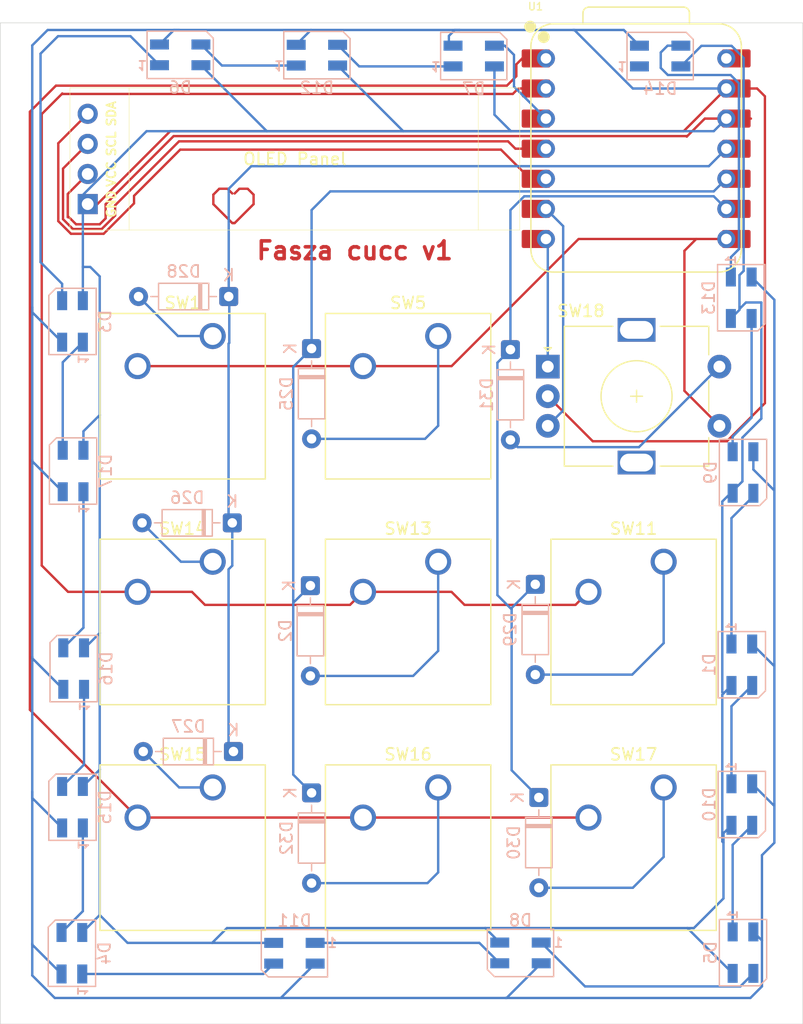
<source format=kicad_pcb>
(kicad_pcb (version 20241229) (generator "pcbnew") (generator_version "9.0")
  (layers (0 "F.Cu" signal) (2 "B.Cu" signal) (13 "F.Paste" user) (15 "B.Paste" user) (5 "F.SilkS" user "F.Silkscreen") (7 "B.SilkS" user "B.Silkscreen") (1 "F.Mask" user) (3 "B.Mask" user) (25 "Edge.Cuts" user))
  (net 0 "")
  (net 1 "Net-(D1-DOUT)")
  (net 2 "Net-(D1-VDD)")
  (net 3 "Net-(D1-DIN)")
  (net 4 "Net-(D2-A)")
  (net 5 "Net-(D2-K)")
  (net 6 "Net-(D3-DIN)")
  (net 7 "Net-(D17-DIN)")
  (net 8 "Net-(D15-DOUT)")
  (net 9 "Net-(D11-DIN)")
  (net 10 "Net-(D5-DIN)")
  (net 11 "Net-(D10-DIN)")
  (net 12 "Net-(D12-DOUT)")
  (net 13 "Net-(D12-DIN)")
  (net 14 "Net-(D7-DIN)")
  (net 15 "Net-(D11-DOUT)")
  (net 16 "Net-(D13-DIN)")
  (net 17 "Net-(D13-DOUT)")
  (net 19 "Net-(D15-DIN)")
  (net 20 "Net-(D16-DIN)")
  (net 21 "Net-(D25-A)")
  (net 22 "Net-(D26-K)")
  (net 23 "Net-(D26-A)")
  (net 24 "Net-(D27-A)")
  (net 25 "Net-(D28-A)")
  (net 26 "Net-(D29-A)")
  (net 27 "Net-(D29-K)")
  (net 28 "Net-(D30-A)")
  (net 29 "Net-(D31-A)")
  (net 30 "Net-(D32-A)")
  (net 31 "Net-(J1-Pin_4)")
  (net 32 "Net-(J1-Pin_3)")
  (net 33 "Net-(U1-GPIO0{slash}TX)")
  (net 34 "Net-(U1-GPIO1{slash}RX)")
  (net 35 "Net-(U1-GPIO27{slash}ADC1{slash}A1)")
  (net 37 "Net-(U1-GPIO7{slash}SCL)")
  (net 38 "Net-(U1-GPIO26{slash}ADC0{slash}A0)")
  (footprint "Button_Switch_Keyboard:SW_Cherry_MX_1.00u_PCB" (layer "F.Cu") (at 147.79625 94.9325)
    (property "Reference" "SW16")
    (property "Value" "SW_Push")
  )
  (footprint "Button_Switch_Keyboard:SW_Cherry_MX_1.00u_PCB" (layer "F.Cu") (at 128.74625 56.8325)
    (property "Reference" "SW1")
    (property "Value" "SW_Push")
  )
  (footprint "Seeed Studio XIAO Series Library:XIAO-RP2040-DIP" (layer "F.Cu") (at 164.52 41.02)
    (property "Reference" "U1")
    (property "Value" "XIAO-RP2040-DIP")
  )
  (footprint "Button_Switch_Keyboard:SW_Cherry_MX_1.00u_PCB" (layer "F.Cu") (at 147.79625 75.8825)
    (property "Reference" "SW13")
    (property "Value" "SW_Push")
  )
  (footprint "Button_Switch_Keyboard:SW_Cherry_MX_1.00u_PCB" (layer "F.Cu") (at 166.84625 75.8825)
    (property "Reference" "SW11")
    (property "Value" "SW_Push")
  )
  (footprint "Rotary_Encoder:RotaryEncoder_Alps_EC11E-Switch_Vertical_H20mm" (layer "F.Cu") (at 157.05625 59.4125)
    (property "Reference" "SW18")
    (property "Value" "RotaryEncoder_Switch")
  )
  (footprint "kakas:SSD1306-0.91-OLED-4pin-128x32" (layer "F.Cu") (at 154.685 47.885 180)
    (property "Reference" "J1" (hide yes))
    (property "Value" "Conn_01x04_Pin")
  )
  (footprint "Button_Switch_Keyboard:SW_Cherry_MX_1.00u_PCB" (layer "F.Cu") (at 147.79625 56.8325)
    (property "Reference" "SW5")
    (property "Value" "SW_Push")
  )
  (footprint "Button_Switch_Keyboard:SW_Cherry_MX_1.00u_PCB" (layer "F.Cu") (at 128.74625 75.8825)
    (property "Reference" "SW14")
    (property "Value" "SW_Push")
  )
  (footprint "Button_Switch_Keyboard:SW_Cherry_MX_1.00u_PCB" (layer "F.Cu") (at 166.84625 94.9325)
    (property "Reference" "SW17")
    (property "Value" "SW_Push")
  )
  (footprint "Button_Switch_Keyboard:SW_Cherry_MX_1.00u_PCB" (layer "F.Cu") (at 128.74625 94.9325)
    (property "Reference" "SW15")
    (property "Value" "SW_Push")
  )
  (footprint "LED_SMD:LED_SK6812MINI_PLCC4_3.5x3.5mm_P1.75mm" (layer "B.Cu") (at 126 33.1)
    (property "Reference" "D6")
    (property "Value" "SK6812MINI")
  )
  (footprint "LED_SMD:LED_SK6812MINI_PLCC4_3.5x3.5mm_P1.75mm" (layer "B.Cu") (at 150.8 33.2)
    (property "Reference" "D7")
    (property "Value" "SK6812MINI")
  )
  (footprint "Diode_THT:D_DO-35_SOD27_P7.62mm_Horizontal" (layer "B.Cu") (at 130.1 53.5 180)
    (property "Reference" "D28")
    (property "Value" "1N4148")
  )
  (footprint "Diode_THT:D_DO-35_SOD27_P7.62mm_Horizontal" (layer "B.Cu") (at 156.3 95.78 -90)
    (property "Reference" "D30")
    (property "Value" "1N4148")
  )
  (footprint "LED_SMD:LED_SK6812MINI_PLCC4_3.5x3.5mm_P1.75mm" (layer "B.Cu") (at 116.95 68.225 90)
    (property "Reference" "D17")
    (property "Value" "SK6812MINI")
  )
  (footprint "LED_SMD:LED_SK6812MINI_PLCC4_3.5x3.5mm_P1.75mm" (layer "B.Cu") (at 154.75 108.9 180)
    (property "Reference" "D8")
    (property "Value" "SK6812MINI")
  )
  (footprint "Diode_THT:D_DO-35_SOD27_P7.62mm_Horizontal" (layer "B.Cu") (at 137 77.9 -90)
    (property "Reference" "D2")
    (property "Value" "1N4148")
  )
  (footprint "LED_SMD:LED_SK6812MINI_PLCC4_3.5x3.5mm_P1.75mm" (layer "B.Cu") (at 173.55 108.875 -90)
    (property "Reference" "D5")
    (property "Value" "SK6812MINI")
  )
  (footprint "Diode_THT:D_DO-35_SOD27_P7.62mm_Horizontal" (layer "B.Cu") (at 153.9 57.98 -90)
    (property "Reference" "D31")
    (property "Value" "1N4148")
  )
  (footprint "LED_SMD:LED_SK6812MINI_PLCC4_3.5x3.5mm_P1.75mm" (layer "B.Cu") (at 166.55 33.2)
    (property "Reference" "D14")
    (property "Value" "SK6812MINI")
  )
  (footprint "LED_SMD:LED_SK6812MINI_PLCC4_3.5x3.5mm_P1.75mm" (layer "B.Cu") (at 173.45 96.375 -90)
    (property "Reference" "D10")
    (property "Value" "SK6812MINI")
  )
  (footprint "Diode_THT:D_DO-35_SOD27_P7.62mm_Horizontal" (layer "B.Cu") (at 137.1 57.89 -90)
    (property "Reference" "D25")
    (property "Value" "1N4148")
  )
  (footprint "LED_SMD:LED_SK6812MINI_PLCC4_3.5x3.5mm_P1.75mm" (layer "B.Cu") (at 116.9 96.6 90)
    (property "Reference" "D15")
    (property "Value" "SK6812MINI")
  )
  (footprint "LED_SMD:LED_SK6812MINI_PLCC4_3.5x3.5mm_P1.75mm" (layer "B.Cu") (at 137.55 33.125)
    (property "Reference" "D12")
    (property "Value" "SK6812MINI")
  )
  (footprint "LED_SMD:LED_SK6812MINI_PLCC4_3.5x3.5mm_P1.75mm" (layer "B.Cu") (at 173.45 84.575 -90)
    (property "Reference" "D1")
    (property "Value" "SK6812MINI")
  )
  (footprint "LED_SMD:LED_SK6812MINI_PLCC4_3.5x3.5mm_P1.75mm" (layer "B.Cu") (at 135.65 108.925 180)
    (property "Reference" "D11")
    (property "Value" "SK6812MINI")
  )
  (footprint "Diode_THT:D_DO-35_SOD27_P7.62mm_Horizontal" (layer "B.Cu") (at 130.5 91.9 180)
    (property "Reference" "D27")
    (property "Value" "1N4148")
  )
  (footprint "LED_SMD:LED_SK6812MINI_PLCC4_3.5x3.5mm_P1.75mm" (layer "B.Cu") (at 117 84.9 90)
    (property "Reference" "D16")
    (property "Value" "SK6812MINI")
  )
  (footprint "Diode_THT:D_DO-35_SOD27_P7.62mm_Horizontal" (layer "B.Cu") (at 156 77.79 -90)
    (property "Reference" "D29")
    (property "Value" "1N4148")
  )
  (footprint "LED_SMD:LED_SK6812MINI_PLCC4_3.5x3.5mm_P1.75mm" (layer "B.Cu") (at 116.85 108.925 90)
    (property "Reference" "D4")
    (property "Value" "SK6812MINI")
  )
  (footprint "Diode_THT:D_DO-35_SOD27_P7.62mm_Horizontal" (layer "B.Cu") (at 130.4 72.6 180)
    (property "Reference" "D26")
    (property "Value" "1N4148")
  )
  (footprint "LED_SMD:LED_SK6812MINI_PLCC4_3.5x3.5mm_P1.75mm" (layer "B.Cu") (at 173.55 68.35 -90)
    (property "Reference" "D9")
    (property "Value" "SK6812MINI")
  )
  (footprint "Diode_THT:D_DO-35_SOD27_P7.62mm_Horizontal" (layer "B.Cu") (at 137.1 95.39 -90)
    (property "Reference" "D32")
    (property "Value" "1N4148")
  )
  (footprint "LED_SMD:LED_SK6812MINI_PLCC4_3.5x3.5mm_P1.75mm" (layer "B.Cu") (at 116.9 55.6 90)
    (property "Reference" "D3")
    (property "Value" "SK6812MINI")
  )
  (footprint "LED_SMD:LED_SK6812MINI_PLCC4_3.5x3.5mm_P1.75mm" (layer "B.Cu") (at 173.4 53.6 -90)
    (property "Reference" "D13")
    (property "Value" "SK6812MINI")
  )
  (gr_rect (start 110.8 30.4) (end 178.6 114.9) (stroke (width 0.05)) (fill no) (layer "Edge.Cuts"))
  (gr_text "Fasza cucc v1" (at 132.3 50.5 0) (layer "F.Cu") (effects (font (size 1.5 1.5) (thickness 0.3) (bold yes)) (justify left bottom)))
  (segment (start 129.3 44.4) (end 130 44.4) (width 0.2) (layer "F.Cu") (net 0))
  (segment (start 128.8 45.7) (end 128.8 44.9) (width 0.2) (layer "F.Cu") (net 0))
  (segment (start 130.4 47.3) (end 128.8 45.7) (width 0.2) (layer "F.Cu") (net 0))
  (segment (start 128.8 44.9) (end 129.3 44.4) (width 0.2) (layer "F.Cu") (net 0))
  (segment (start 131 44.4) (end 130.6 44.8) (width 0.2) (layer "F.Cu") (net 0))
  (segment (start 130 44.4) (end 130.4 44.8) (width 0.2) (layer "F.Cu") (net 0))
  (segment (start 130.5 47.3) (end 130.4 47.3) (width 0.2) (layer "F.Cu") (net 0))
  (segment (start 130.6 47.3) (end 132.2 45.7) (width 0.2) (layer "F.Cu") (net 0))
  (segment (start 132.2 44.9) (end 131.7 44.4) (width 0.2) (layer "F.Cu") (net 0))
  (segment (start 130.5 47.3) (end 130.6 47.3) (width 0.2) (layer "F.Cu") (net 0))
  (segment (start 132.2 45.7) (end 132.2 44.9) (width 0.2) (layer "F.Cu") (net 0))
  (segment (start 131.7 44.4) (end 131 44.4) (width 0.2) (layer "F.Cu") (net 0))
  (segment (start 172.575 82.825) (end 172.575 72.2) (width 0.2) (layer "B.Cu") (net 1))
  (segment (start 174.425 70.35) (end 174.425 70.1) (width 0.2) (layer "B.Cu") (net 1))
  (segment (start 172.575 72.2) (end 174.425 70.35) (width 0.2) (layer "B.Cu") (net 1))
  (segment (start 172.14 38.48) (end 174.22 38.48) (width 0.2) (layer "F.Cu") (net 2))
  (segment (start 175.4 36.6) (end 174.74 35.94) (width 0.2) (layer "F.Cu") (net 2))
  (segment (start 119.005 45.695) (end 118.185 45.695) (width 0.2) (layer "F.Cu") (net 2))
  (segment (start 172.14 38.48) (end 170.32 38.48) (width 0.2) (layer "F.Cu") (net 2))
  (segment (start 172.14 35.94) (end 168.537 39.543) (width 0.2) (layer "F.Cu") (net 2))
  (segment (start 172.1865 65.7135) (end 175.4 62.5) (width 0.2) (layer "F.Cu") (net 2))
  (segment (start 116.6 46.8) (end 116.5 46.8) (width 0.2) (layer "F.Cu") (net 2))
  (segment (start 119.2 47.4) (end 117.2 47.4) (width 0.2) (layer "F.Cu") (net 2))
  (segment (start 172.975 35.94) (end 174.74 35.94) (width 0.2) (layer "F.Cu") (net 2))
  (segment (start 160.85725 65.7135) (end 172.1865 65.7135) (width 0.2) (layer "F.Cu") (net 2))
  (segment (start 168.757 39.957) (end 125.443 39.957) (width 0.2) (layer "F.Cu") (net 2))
  (segment (start 116.5 44.84) (end 117.07 44.27) (width 0.2) (layer "F.Cu") (net 2))
  (segment (start 117.07 44.27) (end 118.185 43.155) (width 0.2) (layer "F.Cu") (net 2))
  (segment (start 157.05625 61.9125) (end 160.85725 65.7135) (width 0.2) (layer "F.Cu") (net 2))
  (segment (start 119.7 46.9) (end 119.2 47.4) (width 0.2) (layer "F.Cu") (net 2))
  (segment (start 168.8 40) (end 168.757 39.957) (width 0.2) (layer "F.Cu") (net 2))
  (segment (start 168.537 39.543) (end 125.157 39.543) (width 0.2) (layer "F.Cu") (net 2))
  (segment (start 119.7 45.7) (end 119.7 46.9) (width 0.2) (layer "F.Cu") (net 2))
  (segment (start 116.5 46.8) (end 116.5 44.84) (width 0.2) (layer "F.Cu") (net 2))
  (segment (start 117.2 47.4) (end 116.6 46.8) (width 0.2) (layer "F.Cu") (net 2))
  (segment (start 125.157 39.543) (end 119.005 45.695) (width 0.2) (layer "F.Cu") (net 2))
  (segment (start 125.443 39.957) (end 119.7 45.7) (width 0.2) (layer "F.Cu") (net 2))
  (segment (start 170.32 38.48) (end 168.8 40) (width 0.2) (layer "F.Cu") (net 2))
  (segment (start 175.4 62.5) (end 175.4 36.6) (width 0.2) (layer "F.Cu") (net 2))
  (segment (start 175.1 54) (end 173.798 54) (width 0.2) (layer "B.Cu") (net 2))
  (segment (start 173.251 51.6911) (end 173.604 51.3381) (width 0.2) (layer "B.Cu") (net 2))
  (segment (start 175.151 100.649) (end 176.2 99.6) (width 0.2) (layer "B.Cu") (net 2))
  (segment (start 153.5 112.7) (end 174.177 112.7) (width 0.2) (layer "B.Cu") (net 2))
  (segment (start 128.7 108.05) (end 129.95 106.8) (width 0.2) (layer "B.Cu") (net 2))
  (segment (start 117.775 44.925) (end 117.775 51) (width 0.2) (layer "B.Cu") (net 2))
  (segment (start 171.8 86.9) (end 171.8 71.2) (width 0.2) (layer "B.Cu") (net 2))
  (segment (start 175.151 111.726) (end 175.151 107.851) (width 0.2) (layer "B.Cu") (net 2))
  (segment (start 171.9 98.8) (end 172.575 98.125) (width 0.2) (layer "B.Cu") (net 2))
  (segment (start 119.2 105.7) (end 121.55 108.05) (width 0.2) (layer "B.Cu") (net 2))
  (segment (start 173.604 51.3381) (end 173.604 33.36069) (width 0.2) (layer "B.Cu") (net 2))
  (segment (start 171.9 99.6) (end 171.8 99.5) (width 0.2) (layer "B.Cu") (net 2))
  (segment (start 173.251 51.6911) (end 173.251 54.547) (width 0.2) (layer "B.Cu") (net 2))
  (segment (start 164.24 35.94) (end 159.3 31) (width 0.2) (layer "B.Cu") (net 2))
  (segment (start 174.177 112.7) (end 175.151 111.726) (width 0.2) (layer "B.Cu") (net 2))
  (segment (start 119.2 63.5) (end 119.2 81.9) (width 0.2) (layer "B.Cu") (net 2))
  (segment (start 128.7 108.05) (end 133.9 108.05) (width 0.2) (layer "B.Cu") (net 2))
  (segment (start 113.5 67.3) (end 113.5 83.9) (width 0.2) (layer "B.Cu") (net 2))
  (segment (start 119.2 105.7) (end 117.725 107.175) (width 0.2) (layer "B.Cu") (net 2))
  (segment (start 176.2 85.1) (end 176.2 84.7) (width 0.2) (layer "B.Cu") (net 2))
  (segment (start 113.5 83.9) (end 113.5 84.025) (width 0.2) (layer "B.Cu") (net 2))
  (segment (start 149.2 31) (end 148.7 31.5) (width 0.2) (layer "B.Cu") (net 2))
  (segment (start 113.5 108.1) (end 113.5 110.8) (width 0.2) (layer "B.Cu") (net 2))
  (segment (start 118.4 51) (end 119.2 51.8) (width 0.2) (layer "B.Cu") (net 2))
  (segment (start 113.5 84.025) (end 116.125 86.65) (width 0.2) (layer "B.Cu") (net 2))
  (segment (start 172.675 69.925) (end 173.5 69.1) (width 0.2) (layer "B.Cu") (net 2))
  (segment (start 149.6 31) (end 137.05 31) (width 0.2) (layer "B.Cu") (net 2))
  (segment (start 176.2 84.7) (end 174.325 82.825) (width 0.2) (layer "B.Cu") (net 2))
  (segment (start 174.425 68.098) (end 174.425 66.425) (width 0.2) (layer "B.Cu") (net 2))
  (segment (start 127.75 33.975) (end 133.318 39.543) (width 0.2) (layer "B.Cu") (net 2))
  (segment (start 176.2 70.2) (end 176.2 53.9) (width 0.2) (layer "B.Cu") (net 2))
  (segment (start 173.5 65.4) (end 175.1 63.8) (width 0.2) (layer "B.Cu") (net 2))
  (segment (start 117.775 51) (end 117.775 53.85) (width 0.2) (layer "B.Cu") (net 2))
  (segment (start 171.9 104.3) (end 171.9 99.6) (width 0.2) (layer "B.Cu") (net 2))
  (segment (start 176.2 69.873) (end 174.425 68.098) (width 0.2) (layer "B.Cu") (net 2))
  (segment (start 173.604 33.36069) (end 172.58031 32.337) (width 0.2) (layer "B.Cu") (net 2))
  (segment (start 119.2 81.9) (end 119.2 93.4) (width 0.2) (layer "B.Cu") (net 2))
  (segment (start 123.157 39.543) (end 117.775 44.925) (width 0.2) (layer "B.Cu") (net 2))
  (segment (start 163.475 31) (end 164.8 32.325) (width 0.2) (layer "B.Cu") (net 2))
  (segment (start 148.7 31.975) (end 149.05 32.325) (width 0.2) (layer "B.Cu") (net 2))
  (segment (start 171.9 99.6) (end 171.9 98.8) (width 0.2) (layer "B.Cu") (net 2))
  (segment (start 137.05 31) (end 125.9 31) (width 0.2) (layer "B.Cu") (net 2))
  (segment (start 171.077 39.543) (end 153.943 39.543) (width 0.2) (layer "B.Cu") (net 2))
  (segment (start 164.8 32.1) (end 164.8 32.325) (width 0.2) (layer "B.Cu") (net 2))
  (segment (start 172.58031 32.337) (end 170.038 32.337) (width 0.2) (layer "B.Cu") (net 2))
  (segment (start 173.251 54.547) (end 173.251 54.624) (width 0.2) (layer "B.Cu") (net 2))
  (segment (start 153.575 112.7) (end 156.5 109.775) (width 0.2) (layer "B.Cu") (net 2))
  (segment (start 153.5 112.7) (end 153.575 112.7) (width 0.2) (layer "B.Cu") (net 2))
  (segment (start 113.5 32.3) (end 113.5 54.4) (width 0.2) (layer "B.Cu") (net 2))
  (segment (start 113.5 54.4) (end 113.5 67.3) (width 0.2) (layer "B.Cu") (net 2))
  (segment (start 113.5 95.825) (end 116.025 98.35) (width 0.2) (layer "B.Cu") (net 2))
  (segment (start 134.5 112.7) (end 137.4 109.8) (width 0.2) (layer "B.Cu") (net 2))
  (segment (start 113.5 67.3) (end 113.5 67.4) (width 0.2) (layer "B.Cu") (net 2))
  (segment (start 117.95 83.15) (end 117.875 83.15) (width 0.2) (layer "B.Cu") (net 2))
  (segment (start 113.5 108.2) (end 115.975 110.675) (width 0.2) (layer "B.Cu") (net 2))
  (segment (start 121.55 108.05) (end 128.7 108.05) (width 0.2) (layer "B.Cu") (net 2))
  (segment (start 175.151 107.851) (end 175.151 100.649) (width 0.2) (layer "B.Cu") (net 2))
  (segment (start 137.05 31) (end 135.8 32.25) (width 0.2) (layer "B.Cu") (net 2))
  (segment (start 153.943 39.543) (end 152.55 38.15) (width 0.2) (layer "B.Cu") (net 2))
  (segment (start 171.8 71.2) (end 171.8 70.8) (width 0.2) (layer "B.Cu") (net 2))
  (segment (start 175.1 63.8) (end 175.1 54) (width 0.2) (layer "B.Cu") (net 2))
  (segment (start 148.7 31.5) (end 148.7 31.975) (width 0.2) (layer "B.Cu") (net 2))
  (segment (start 159.2 31) (end 149.6 31) (width 0.2) (layer "B.Cu") (net 2))
  (segment (start 173.798 54) (end 173.251 54.547) (width 0.2) (layer "B.Cu") (net 2))
  (segment (start 170.038 32.337) (end 168.3 34.075) (width 0.2) (layer "B.Cu") (net 2))
  (segment (start 113.5 108.1) (end 113.5 108.2) (width 0.2) (layer "B.Cu") (net 2))
  (segment (start 117.775 51) (end 118.4 51) (width 0.2) (layer "B.Cu") (net 2))
  (segment (start 119.2 81.9) (end 117.95 83.15) (width 0.2) (layer "B.Cu") (net 2))
  (segment (start 171.9 87) (end 172.575 86.325) (width 0.2) (layer "B.Cu") (net 2))
  (segment (start 169.4 106.8) (end 171.9 104.3) (width 0.2) (layer "B.Cu") (net 2))
  (segment (start 152.55 38.15) (end 152.55 34.075) (width 0.2) (layer "B.Cu") (net 2))
  (segment (start 114.8 31) (end 113.5 32.3) (width 0.2) (layer "B.Cu") (net 2))
  (segment (start 134.5 112.7) (end 153.5 112.7) (width 0.2) (layer "B.Cu") (net 2))
  (segment (start 113.5 54.825) (end 116.025 57.35) (width 0.2) (layer "B.Cu") (net 2))
  (segment (start 113.5 95.3) (end 113.5 108.1) (width 0.2) (layer "B.Cu") (net 2))
  (segment (start 176.2 53.775) (end 174.275 51.85) (width 0.2) (layer "B.Cu") (net 2))
  (segment (start 113.5 67.4) (end 116.075 69.975) (width 0.2) (layer "B.Cu") (net 2))
  (segment (start 115.4 112.7) (end 134.5 112.7) (width 0.2) (layer "B.Cu") (net 2))
  (segment (start 119.2 93.4) (end 119.2 105.7) (width 0.2) (layer "B.Cu") (net 2))
  (segment (start 173.5 69.1) (end 173.5 65.4) (width 0.2) (layer "B.Cu") (net 2))
  (segment (start 176.2 85.1) (end 176.2 70.2) (width 0.2) (layer "B.Cu") (net 2))
  (segment (start 119.2 63.5) (end 117.825 64.875) (width 0.2) (layer "B.Cu") (net 2))
  (segment (start 172.525 55.35) (end 173.251 54.624) (width 0.2) (layer "B.Cu") (net 2))
  (segment (start 159.2 31) (end 163.475 31) (width 0.2) (layer "B.Cu") (net 2))
  (segment (start 119.2 51.8) (end 119.2 63.5) (width 0.2) (layer "B.Cu") (net 2))
  (segment (start 119.2 93.4) (end 119.2 93.425) (width 0.2) (layer "B.Cu") (net 2))
  (segment (start 151.775 106.8) (end 153 108.025) (width 0.2) (layer "B.Cu") (net 2))
  (segment (start 133.318 39.543) (end 123.157 39.543) (width 0.2) (layer "B.Cu") (net 2))
  (segment (start 176.2 99.6) (end 176.2 96.9) (width 0.2) (layer "B.Cu") (net 2))
  (segment (start 149.6 31) (end 149.2 31) (width 0.2) (layer "B.Cu") (net 2))
  (segment (start 168.85 106.8) (end 172.675 110.625) (width 0.2) (layer "B.Cu") (net 2))
  (segment (start 172.14 35.94) (end 164.24 35.94) (width 0.2) (layer "B.Cu") (net 2))
  (segment (start 151.775 106.8) (end 168.85 106.8) (width 0.2) (layer "B.Cu") (net 2))
  (segment (start 171.8 87.1) (end 171.9 87) (width 0.2) (layer "B.Cu") (net 2))
  (segment (start 113.5 54.4) (end 113.5 54.825) (width 0.2) (layer "B.Cu") (net 2))
  (segment (start 153.943 39.543) (end 144.843 39.543) (width 0.2) (layer "B.Cu") (net 2))
  (segment (start 125.9 31) (end 114.8 31) (width 0.2) (layer "B.Cu") (net 2))
  (segment (start 171.9 87) (end 171.8 86.9) (width 0.2) (layer "B.Cu") (net 2))
  (segment (start 113.5 95.3) (end 113.5 95.825) (width 0.2) (layer "B.Cu") (net 2))
  (segment (start 176.2 96.9) (end 176.2 85.1) (width 0.2) (layer "B.Cu") (net 2))
  (segment (start 172.14 38.48) (end 171.077 39.543) (width 0.2) (layer "B.Cu") (net 2))
  (segment (start 125.475 31) (end 124.25 32.225) (width 0.2) (layer "B.Cu") (net 2))
  (segment (start 129.95 106.8) (end 151.775 106.8) (width 0.2) (layer "B.Cu") (net 2))
  (segment (start 144.843 39.543) (end 139.3 34) (width 0.2) (layer "B.Cu") (net 2))
  (segment (start 113.5 110.8) (end 115.4 112.7) (width 0.2) (layer "B.Cu") (net 2))
  (segment (start 133.318 39.543) (end 144.843 39.543) (width 0.2) (layer "B.Cu") (net 2))
  (segment (start 171.8 70.8) (end 172.675 69.925) (width 0.2) (layer "B.Cu") (net 2))
  (segment (start 176.2 96.9) (end 176.2 96.5) (width 0.2) (layer "B.Cu") (net 2))
  (segment (start 176.2 70.2) (end 176.2 69.873) (width 0.2) (layer "B.Cu") (net 2))
  (segment (start 176.2 96.5) (end 174.325 94.625) (width 0.2) (layer "B.Cu") (net 2))
  (segment (start 176.2 53.9) (end 176.2 53.775) (width 0.2) (layer "B.Cu") (net 2))
  (segment (start 125.9 31) (end 125.475 31) (width 0.2) (layer "B.Cu") (net 2))
  (segment (start 171.8 99.5) (end 171.8 87.1) (width 0.2) (layer "B.Cu") (net 2))
  (segment (start 117.825 64.875) (end 117.825 66.475) (width 0.2) (layer "B.Cu") (net 2))
  (segment (start 119.2 93.425) (end 117.775 94.85) (width 0.2) (layer "B.Cu") (net 2))
  (segment (start 175.151 107.851) (end 174.425 107.125) (width 0.2) (layer "B.Cu") (net 2))
  (segment (start 113.5 83.9) (end 113.5 95.3) (width 0.2) (layer "B.Cu") (net 2))
  (segment (start 159.3 31) (end 159.2 31) (width 0.2) (layer "B.Cu") (net 2))
  (segment (start 168.85 106.8) (end 169.4 106.8) (width 0.2) (layer "B.Cu") (net 2))
  (segment (start 172.575 88.075) (end 174.325 86.325) (width 0.2) (layer "B.Cu") (net 3))
  (segment (start 172.575 94.625) (end 172.575 88.075) (width 0.2) (layer "B.Cu") (net 3))
  (segment (start 147.79625 83.40375) (end 145.68 85.52) (width 0.2) (layer "B.Cu") (net 4))
  (segment (start 147.79625 75.8825) (end 147.79625 83.40375) (width 0.2) (layer "B.Cu") (net 4))
  (segment (start 145.68 85.52) (end 137 85.52) (width 0.2) (layer "B.Cu") (net 4))
  (segment (start 135.55 79.5) (end 135.55 93.85) (width 0.2) (layer "B.Cu") (net 5))
  (segment (start 171.077 44.623) (end 138.677 44.623) (width 0.2) (layer "B.Cu") (net 5))
  (segment (start 137.1 95.39) (end 137.09 95.39) (width 0.2) (layer "B.Cu") (net 5))
  (segment (start 138.677 44.623) (end 137.1 46.2) (width 0.2) (layer "B.Cu") (net 5))
  (segment (start 135.55 79.5) (end 135.55 59.44) (width 0.2) (layer "B.Cu") (net 5))
  (segment (start 137 77.9) (end 135.55 79.35) (width 0.2) (layer "B.Cu") (net 5))
  (segment (start 137.1 46.2) (end 137.1 57.89) (width 0.2) (layer "B.Cu") (net 5))
  (segment (start 135.55 59.44) (end 137.1 57.89) (width 0.2) (layer "B.Cu") (net 5))
  (segment (start 135.55 79.35) (end 135.55 79.5) (width 0.2) (layer "B.Cu") (net 5))
  (segment (start 137.09 95.39) (end 135.55 93.85) (width 0.2) (layer "B.Cu") (net 5))
  (segment (start 172.14 43.56) (end 171.077 44.623) (width 0.2) (layer "B.Cu") (net 5))
  (segment (start 114.2 33) (end 114.2 50.6) (width 0.2) (layer "B.Cu") (net 6))
  (segment (start 114.2 50.6) (end 116.025 52.425) (width 0.2) (layer "B.Cu") (net 6))
  (segment (start 121.799 31.524) (end 115.676 31.524) (width 0.2) (layer "B.Cu") (net 6))
  (segment (start 115.676 31.524) (end 114.2 33) (width 0.2) (layer "B.Cu") (net 6))
  (segment (start 116.025 52.425) (end 116.025 53.85) (width 0.2) (layer "B.Cu") (net 6))
  (segment (start 124.25 33.975) (end 121.799 31.524) (width 0.2) (layer "B.Cu") (net 6))
  (segment (start 116.075 59.05) (end 116.075 66.475) (width 0.2) (layer "B.Cu") (net 7))
  (segment (start 117.775 57.35) (end 116.075 59.05) (width 0.2) (layer "B.Cu") (net 7))
  (segment (start 117.775 105.375) (end 115.975 107.175) (width 0.2) (layer "B.Cu") (net 8))
  (segment (start 117.775 98.35) (end 117.775 105.375) (width 0.2) (layer "B.Cu") (net 8))
  (segment (start 133.025 110.675) (end 133.9 109.8) (width 0.2) (layer "B.Cu") (net 9))
  (segment (start 117.725 110.675) (end 133.025 110.675) (width 0.2) (layer "B.Cu") (net 9))
  (segment (start 160.201 111.726) (end 173.324 111.726) (width 0.2) (layer "B.Cu") (net 10))
  (segment (start 173.324 111.726) (end 174.425 110.625) (width 0.2) (layer "B.Cu") (net 10))
  (segment (start 156.5 108.025) (end 160.201 111.726) (width 0.2) (layer "B.Cu") (net 10))
  (segment (start 172.675 99.775) (end 174.325 98.125) (width 0.2) (layer "B.Cu") (net 11))
  (segment (start 172.675 107.125) (end 172.675 99.775) (width 0.2) (layer "B.Cu") (net 11))
  (segment (start 129.525 34) (end 127.75 32.225) (width 0.2) (layer "B.Cu") (net 12))
  (segment (start 135.8 34) (end 129.525 34) (width 0.2) (layer "B.Cu") (net 12))
  (segment (start 141.125 34.075) (end 139.3 32.25) (width 0.2) (layer "B.Cu") (net 13))
  (segment (start 149.05 34.075) (end 141.125 34.075) (width 0.2) (layer "B.Cu") (net 13))
  (segment (start 154.2 33.1) (end 153.425 32.325) (width 0.2) (layer "B.Cu") (net 14))
  (segment (start 153.425 32.325) (end 152.55 32.325) (width 0.2) (layer "B.Cu") (net 14))
  (segment (start 156.9 38.48) (end 154.2 35.78) (width 0.2) (layer "B.Cu") (net 14))
  (segment (start 154.2 35.78) (end 154.2 33.1) (width 0.2) (layer "B.Cu") (net 14))
  (segment (start 151.275 108.05) (end 153 109.775) (width 0.2) (layer "B.Cu") (net 15))
  (segment (start 137.4 108.05) (end 151.275 108.05) (width 0.2) (layer "B.Cu") (net 15))
  (segment (start 174.275 63.725) (end 174.275 55.35) (width 0.2) (layer "B.Cu") (net 16))
  (segment (start 172.675 65.325) (end 174.275 63.725) (width 0.2) (layer "B.Cu") (net 16))
  (segment (start 172.675 66.425) (end 172.675 65.325) (width 0.2) (layer "B.Cu") (net 16))
  (segment (start 167.175 32.325) (end 166.6 32.9) (width 0.2) (layer "B.Cu") (net 17))
  (segment (start 172.525 50.178) (end 172.525 51.85) (width 0.2) (layer "B.Cu") (net 17))
  (segment (start 166.6 34.202) (end 167.199 34.801) (width 0.2) (layer "B.Cu") (net 17))
  (segment (start 172.50431 34.801) (end 173.203 35.49969) (width 0.2) (layer "B.Cu") (net 17))
  (segment (start 173.203 35.49969) (end 173.203 49.5) (width 0.2) (layer "B.Cu") (net 17))
  (segment (start 173.203 49.5) (end 172.525 50.178) (width 0.2) (layer "B.Cu") (net 17))
  (segment (start 168.3 32.325) (end 167.175 32.325) (width 0.2) (layer "B.Cu") (net 17))
  (segment (start 166.6 32.9) (end 166.6 34.202) (width 0.2) (layer "B.Cu") (net 17))
  (segment (start 167.199 34.801) (end 172.50431 34.801) (width 0.2) (layer "B.Cu") (net 17))
  (segment (start 117.875 93) (end 116.025 94.85) (width 0.2) (layer "B.Cu") (net 19))
  (segment (start 117.875 86.65) (end 117.875 93) (width 0.2) (layer "B.Cu") (net 19))
  (segment (start 117.825 69.975) (end 117.825 81.45) (width 0.2) (layer "B.Cu") (net 20))
  (segment (start 117.825 81.45) (end 116.125 83.15) (width 0.2) (layer "B.Cu") (net 20))
  (segment (start 147.79625 56.8325) (end 147.79625 64.40375) (width 0.2) (layer "B.Cu") (net 21))
  (segment (start 147.79625 64.40375) (end 146.69 65.51) (width 0.2) (layer "B.Cu") (net 21))
  (segment (start 146.69 65.51) (end 137.1 65.51) (width 0.2) (layer "B.Cu") (net 21))
  (segment (start 130.4 76.210064) (end 130.4 72.6) (width 0.2) (layer "B.Cu") (net 22))
  (segment (start 130.4 72.6) (end 130.08525 72.28525) (width 0.2) (layer "B.Cu") (net 22))
  (segment (start 130.1 44.4) (end 130.1 53.5) (width 0.2) (layer "B.Cu") (net 22))
  (segment (start 130.08525 91.48525) (end 130.08525 76.524814) (width 0.2) (layer "B.Cu") (net 22))
  (segment (start 172.14 41.02) (end 170.663 42.497) (width 0.2) (layer "B.Cu") (net 22))
  (segment (start 130.14725 57.412814) (end 130.14725 53.54725) (width 0.2) (layer "B.Cu") (net 22))
  (segment (start 130.14725 53.54725) (end 130.1 53.5) (width 0.2) (layer "B.Cu") (net 22))
  (segment (start 132.003 42.497) (end 130.1 44.4) (width 0.2) (layer "B.Cu") (net 22))
  (segment (start 130.08525 72.28525) (end 130.08525 57.474814) (width 0.2) (layer "B.Cu") (net 22))
  (segment (start 130.5 91.9) (end 130.08525 91.48525) (width 0.2) (layer "B.Cu") (net 22))
  (segment (start 130.08525 57.474814) (end 130.14725 57.412814) (width 0.2) (layer "B.Cu") (net 22))
  (segment (start 130.08525 76.524814) (end 130.4 76.210064) (width 0.2) (layer "B.Cu") (net 22))
  (segment (start 170.663 42.497) (end 132.003 42.497) (width 0.2) (layer "B.Cu") (net 22))
  (segment (start 128.74625 75.8825) (end 126.0625 75.8825) (width 0.2) (layer "B.Cu") (net 23))
  (segment (start 126.0625 75.8825) (end 122.78 72.6) (width 0.2) (layer "B.Cu") (net 23))
  (segment (start 128.74625 94.9325) (end 125.9125 94.9325) (width 0.2) (layer "B.Cu") (net 24))
  (segment (start 125.9125 94.9325) (end 122.88 91.9) (width 0.2) (layer "B.Cu") (net 24))
  (segment (start 128.74625 56.8325) (end 125.8125 56.8325) (width 0.2) (layer "B.Cu") (net 25))
  (segment (start 125.8125 56.8325) (end 122.48 53.5) (width 0.2) (layer "B.Cu") (net 25))
  (segment (start 156 85.41) (end 164.19 85.41) (width 0.2) (layer "B.Cu") (net 26))
  (segment (start 164.19 85.41) (end 166.84625 82.75375) (width 0.2) (layer "B.Cu") (net 26))
  (segment (start 166.84625 82.75375) (end 166.84625 75.8825) (width 0.2) (layer "B.Cu") (net 26))
  (segment (start 154 79.79) (end 156 77.79) (width 0.2) (layer "B.Cu") (net 27))
  (segment (start 153.9 57.98) (end 153.9 46.2) (width 0.2) (layer "B.Cu") (net 27))
  (segment (start 154 79.9) (end 152.799 78.699) (width 0.2) (layer "B.Cu") (net 27))
  (segment (start 154 93.48) (end 154 79.9) (width 0.2) (layer "B.Cu") (net 27))
  (segment (start 153.9 46.2) (end 155.063 45.037) (width 0.2) (layer "B.Cu") (net 27))
  (segment (start 152.799 59.081) (end 153.9 57.98) (width 0.2) (layer "B.Cu") (net 27))
  (segment (start 154 79.9) (end 154 79.79) (width 0.2) (layer "B.Cu") (net 27))
  (segment (start 155.063 45.037) (end 171.077 45.037) (width 0.2) (layer "B.Cu") (net 27))
  (segment (start 152.799 78.699) (end 152.799 59.081) (width 0.2) (layer "B.Cu") (net 27))
  (segment (start 156.3 95.78) (end 154 93.48) (width 0.2) (layer "B.Cu") (net 27))
  (segment (start 171.077 45.037) (end 172.14 46.1) (width 0.2) (layer "B.Cu") (net 27))
  (segment (start 166.84625 94.9325) (end 166.84625 100.797316) (width 0.2) (layer "B.Cu") (net 28))
  (segment (start 164.243566 103.4) (end 156.3 103.4) (width 0.2) (layer "B.Cu") (net 28))
  (segment (start 166.84625 100.797316) (end 164.243566 103.4) (width 0.2) (layer "B.Cu") (net 28))
  (segment (start 164.75725 66.2115) (end 171.55625 59.4125) (width 0.2) (layer "B.Cu") (net 29))
  (segment (start 154.5115 66.2115) (end 164.75725 66.2115) (width 0.2) (layer "B.Cu") (net 29))
  (segment (start 153.9 65.6) (end 154.5115 66.2115) (width 0.2) (layer "B.Cu") (net 29))
  (segment (start 147.79625 102.10375) (end 147.79625 94.9325) (width 0.2) (layer "B.Cu") (net 30))
  (segment (start 146.89 103.01) (end 147.79625 102.10375) (width 0.2) (layer "B.Cu") (net 30))
  (segment (start 137.1 103.01) (end 146.89 103.01) (width 0.2) (layer "B.Cu") (net 30))
  (segment (start 119.5322 48.202) (end 116.7678 48.202) (width 0.2) (layer "F.Cu") (net 31))
  (segment (start 126 41.1) (end 122.1 45) (width 0.2) (layer "F.Cu") (net 31))
  (segment (start 115.699 40.561) (end 118.185 38.075) (width 0.2) (layer "F.Cu") (net 31))
  (segment (start 122.1 45.6342) (end 119.5322 48.202) (width 0.2) (layer "F.Cu") (net 31))
  (segment (start 156.9 43.56) (end 155.56 43.56) (width 0.2) (layer "F.Cu") (net 31))
  (segment (start 122.1 45) (end 122.1 45.6342) (width 0.2) (layer "F.Cu") (net 31))
  (segment (start 115.699 47.1332) (end 115.699 40.561) (width 0.2) (layer "F.Cu") (net 31))
  (segment (start 153.1 41.1) (end 126 41.1) (width 0.2) (layer "F.Cu") (net 31))
  (segment (start 155.56 43.56) (end 153.1 41.1) (width 0.2) (layer "F.Cu") (net 31))
  (segment (start 116.7678 48.202) (end 115.699 47.1332) (width 0.2) (layer "F.Cu") (net 31))
  (segment (start 154.32 41.02) (end 153.7 40.4) (width 0.2) (layer "F.Cu") (net 32))
  (segment (start 116.1 46.9671) (end 116.1 42.7) (width 0.2) (layer "F.Cu") (net 32))
  (segment (start 120.5 46.6671) (end 119.3661 47.801) (width 0.2) (layer "F.Cu") (net 32))
  (segment (start 119.3661 47.801) (end 116.9339 47.801) (width 0.2) (layer "F.Cu") (net 32))
  (segment (start 156.9 41.02) (end 154.32 41.02) (width 0.2) (layer "F.Cu") (net 32))
  (segment (start 116.9339 47.801) (end 116.1 46.9671) (width 0.2) (layer "F.Cu") (net 32))
  (segment (start 120.5 45.8) (end 120.5 46.6671) (width 0.2) (layer "F.Cu") (net 32))
  (segment (start 125.9 40.4) (end 120.5 45.8) (width 0.2) (layer "F.Cu") (net 32))
  (segment (start 116.1 42.7) (end 118.185 40.615) (width 0.2) (layer "F.Cu") (net 32))
  (segment (start 153.7 40.4) (end 125.9 40.4) (width 0.2) (layer "F.Cu") (net 32))
  (segment (start 157.05625 48.79625) (end 156.9 48.64) (width 0.2) (layer "B.Cu") (net 33))
  (segment (start 157.05625 59.4125) (end 157.05625 48.79625) (width 0.2) (layer "B.Cu") (net 33))
  (segment (start 159.66 48.64) (end 169.6 48.64) (width 0.2) (layer "F.Cu") (net 34))
  (segment (start 168.6 49.64) (end 169.6 48.64) (width 0.2) (layer "F.Cu") (net 34))
  (segment (start 141.44625 59.3725) (end 148.9275 59.3725) (width 0.2) (layer "F.Cu") (net 34))
  (segment (start 169.6 48.64) (end 172.14 48.64) (width 0.2) (layer "F.Cu") (net 34))
  (segment (start 122.39625 59.3725) (end 141.44625 59.3725) (width 0.2) (layer "F.Cu") (net 34))
  (segment (start 168.6 61.45625) (end 168.6 49.64) (width 0.2) (layer "F.Cu") (net 34))
  (segment (start 148.9275 59.3725) (end 159.66 48.64) (width 0.2) (layer "F.Cu") (net 34))
  (segment (start 171.55625 64.4125) (end 168.6 61.45625) (width 0.2) (layer "F.Cu") (net 34))
  (segment (start 154.1 36.4) (end 116.07552 36.4) (width 0.2) (layer "F.Cu") (net 35))
  (segment (start 148.921068 78.4225) (end 141.44625 78.4225) (width 0.2) (layer "F.Cu") (net 35))
  (segment (start 154.84 35.94) (end 156.9 35.94) (width 0.2) (layer "F.Cu") (net 35))
  (segment (start 141.44625 78.4225) (end 140.346251 79.522499) (width 0.2) (layer "F.Cu") (net 35))
  (segment (start 159.396251 79.522499) (end 150.021067 79.522499) (width 0.2) (layer "F.Cu") (net 35))
  (segment (start 114.3 38.1) (end 114.3 76.2) (width 0.2) (layer "F.Cu") (net 35))
  (segment (start 114.3 76.2) (end 116.5225 78.4225) (width 0.2) (layer "F.Cu") (net 35))
  (segment (start 156.065 35.94) (end 154.56 35.94) (width 0.2) (layer "F.Cu") (net 35))
  (segment (start 116.07552 36.4) (end 116.03776 36.36224) (width 0.2) (layer "F.Cu") (net 35))
  (segment (start 116.03776 36.36224) (end 114.3 38.1) (width 0.2) (layer "F.Cu") (net 35))
  (segment (start 116.5225 78.4225) (end 122.39625 78.4225) (width 0.2) (layer "F.Cu") (net 35))
  (segment (start 160.49625 78.4225) (end 159.396251 79.522499) (width 0.2) (layer "F.Cu") (net 35))
  (segment (start 126.991066 78.4225) (end 122.39625 78.4225) (width 0.2) (layer "F.Cu") (net 35))
  (segment (start 154.56 35.94) (end 154.1 36.4) (width 0.2) (layer "F.Cu") (net 35))
  (segment (start 128.091065 79.522499) (end 126.991066 78.4225) (width 0.2) (layer "F.Cu") (net 35))
  (segment (start 150.021067 79.522499) (end 148.921068 78.4225) (width 0.2) (layer "F.Cu") (net 35))
  (segment (start 140.346251 79.522499) (end 128.091065 79.522499) (width 0.2) (layer "F.Cu") (net 35))
  (segment (start 158.35725 63.1115) (end 158.35725 47.55725) (width 0.2) (layer "B.Cu") (net 37))
  (segment (start 158.35725 47.55725) (end 156.9 46.1) (width 0.2) (layer "B.Cu") (net 37))
  (segment (start 157.05625 64.4125) (end 158.35725 63.1115) (width 0.2) (layer "B.Cu") (net 37))
  (segment (start 113.3 37.9) (end 113.3 88.37625) (width 0.2) (layer "F.Cu") (net 38))
  (segment (start 154.9 33.4) (end 154.4 33.9) (width 0.2) (layer "F.Cu") (net 38))
  (segment (start 153.6 35.7) (end 115.5 35.7) (width 0.2) (layer "F.Cu") (net 38))
  (segment (start 154.4 33.9) (end 154.4 34.9) (width 0.2) (layer "F.Cu") (net 38))
  (segment (start 115.5 35.7) (end 113.3 37.9) (width 0.2) (layer "F.Cu") (net 38))
  (segment (start 160.49625 97.4725) (end 141.44625 97.4725) (width 0.2) (layer "F.Cu") (net 38))
  (segment (start 154.4 34.9) (end 153.6 35.7) (width 0.2) (layer "F.Cu") (net 38))
  (segment (start 156.9 33.4) (end 154.9 33.4) (width 0.2) (layer "F.Cu") (net 38))
  (segment (start 141.44625 97.4725) (end 122.39625 97.4725) (width 0.2) (layer "F.Cu") (net 38))
  (segment (start 113.3 88.37625) (end 122.39625 97.4725) (width 0.2) (layer "F.Cu") (net 38))
)
</source>
